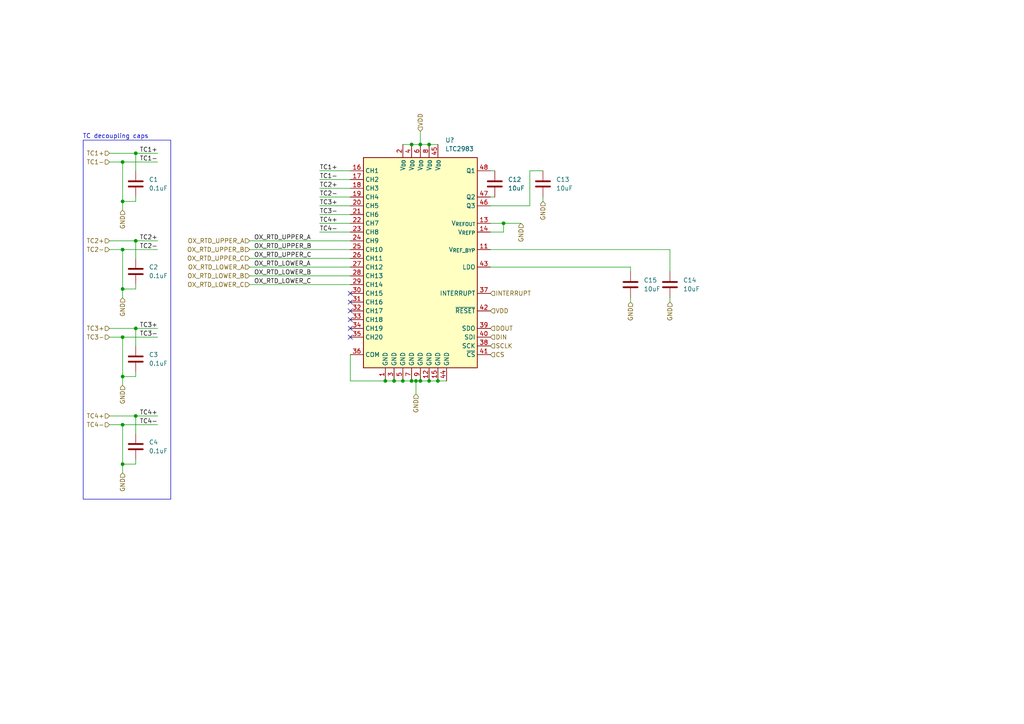
<source format=kicad_sch>
(kicad_sch (version 20250114) (generator "eeschema") (generator_version "9.0")
  (paper "A4")
  (lib_symbols
    (symbol "Device:C" (pin_numbers (hide yes)) (pin_names (offset 0.254))
      (property "Reference" "C" (at 0.635 2.54 0))
      (property "Value" "C" (at 0.635 -2.54 0))
      (symbol "C_0_1"
        (polyline (pts (xy -2.032 0.762) (xy 2.032 0.762)) (stroke (width 0.508)))
        (polyline (pts (xy -2.032 -0.762) (xy 2.032 -0.762)) (stroke (width 0.508)))
      )
      (symbol "C_1_1"
        (pin passive line (at 0 3.81 270) (length 2.794) (name "~") (number "1"))
        (pin passive line (at 0 -3.81 90) (length 2.794) (name "~") (number "2"))
      )
    )
    (symbol "Sensor_Temperature:LTC2983"
      (property "Reference" "U" (at -16.51 33.02 0))
      (property "Value" "LTC2983" (at 8.89 33.02 0))
      (symbol "LTC2983_0_1"
        (rectangle (start -16.51 31.75) (end 16.51 -29.21) (stroke (width 0.254)) (fill (type background)))
      )
      (symbol "LTC2983_1_1"
        (pin passive line (at -20.32 27.94 0) (length 3.81) (name "CH1") (number "16"))
        (pin passive line (at -20.32 25.4 0) (length 3.81) (name "CH2") (number "17"))
        (pin passive line (at -20.32 22.86 0) (length 3.81) (name "CH3") (number "18"))
        (pin passive line (at -20.32 20.32 0) (length 3.81) (name "CH4") (number "19"))
        (pin passive line (at -20.32 17.78 0) (length 3.81) (name "CH5") (number "20"))
        (pin passive line (at -20.32 15.24 0) (length 3.81) (name "CH6") (number "21"))
        (pin passive line (at -20.32 12.7 0) (length 3.81) (name "CH7") (number "22"))
        (pin passive line (at -20.32 10.16 0) (length 3.81) (name "CH8") (number "23"))
        (pin passive line (at -20.32 7.62 0) (length 3.81) (name "CH9") (number "24"))
        (pin passive line (at -20.32 5.08 0) (length 3.81) (name "CH10") (number "25"))
        (pin passive line (at -20.32 2.54 0) (length 3.81) (name "CH11") (number "26"))
        (pin passive line (at -20.32 0 0) (length 3.81) (name "CH12") (number "27"))
        (pin passive line (at -20.32 -2.54 0) (length 3.81) (name "CH13") (number "28"))
        (pin passive line (at -20.32 -5.08 0) (length 3.81) (name "CH14") (number "29"))
        (pin passive line (at -20.32 -7.62 0) (length 3.81) (name "CH15") (number "30"))
        (pin passive line (at -20.32 -10.16 0) (length 3.81) (name "CH16") (number "31"))
        (pin passive line (at -20.32 -12.7 0) (length 3.81) (name "CH17") (number "32"))
        (pin passive line (at -20.32 -15.24 0) (length 3.81) (name "CH18") (number "33"))
        (pin passive line (at -20.32 -17.78 0) (length 3.81) (name "CH19") (number "34"))
        (pin passive line (at -20.32 -20.32 0) (length 3.81) (name "CH20") (number "35"))
        (pin passive line (at -20.32 -25.4 0) (length 3.81) (name "COM") (number "36"))
        (pin power_in line (at -10.16 -33.02 90) (length 3.81) (name "GND") (number "1"))
        (pin power_in line (at -7.62 -33.02 90) (length 3.81) (name "GND") (number "3"))
        (pin power_in line (at -5.08 35.56 270) (length 3.81) (name "V_{DD}") (number "2"))
        (pin power_in line (at -5.08 -33.02 90) (length 3.81) (name "GND") (number "5"))
        (pin power_in line (at -2.54 35.56 270) (length 3.81) (name "V_{DD}") (number "4"))
        (pin power_in line (at -2.54 -33.02 90) (length 3.81) (name "GND") (number "7"))
        (pin power_in line (at 0 35.56 270) (length 3.81) (name "V_{DD}") (number "6"))
        (pin power_in line (at 0 -33.02 90) (length 3.81) (name "GND") (number "9"))
        (pin power_in line (at 2.54 35.56 270) (length 3.81) (name "V_{DD}") (number "8"))
        (pin power_in line (at 2.54 -33.02 90) (length 3.81) (name "GND") (number "12"))
        (pin power_in line (at 5.08 35.56 270) (length 3.81) (name "V_{DD}") (number "45"))
        (pin power_in line (at 5.08 -33.02 90) (length 3.81) (name "GND") (number "15"))
        (pin power_in line (at 7.62 -33.02 90) (length 3.81) (name "GND") (number "44"))
        (pin no_connect line (at 16.51 22.86 180) (length 3.81) (hide yes) (name "NC") (number "10"))
        (pin passive line (at 20.32 27.94 180) (length 3.81) (name "Q1") (number "48"))
        (pin passive line (at 20.32 20.32 180) (length 3.81) (name "Q2") (number "47"))
        (pin passive line (at 20.32 17.78 180) (length 3.81) (name "Q3") (number "46"))
        (pin passive line (at 20.32 12.7 180) (length 3.81) (name "V_{REFOUT}") (number "13"))
        (pin passive line (at 20.32 10.16 180) (length 3.81) (name "V_{REFP}") (number "14"))
        (pin passive line (at 20.32 5.08 180) (length 3.81) (name "V_{REF_BYP}") (number "11"))
        (pin passive line (at 20.32 0 180) (length 3.81) (name "LDO") (number "43"))
        (pin output line (at 20.32 -7.62 180) (length 3.81) (name "INTERRUPT") (number "37"))
        (pin input line (at 20.32 -12.7 180) (length 3.81) (name "~{RESET}") (number "42"))
        (pin tri_state line (at 20.32 -17.78 180) (length 3.81) (name "SDO") (number "39"))
        (pin input line (at 20.32 -20.32 180) (length 3.81) (name "SDI") (number "40"))
        (pin input line (at 20.32 -22.86 180) (length 3.81) (name "SCK") (number "38"))
        (pin input line (at 20.32 -25.4 180) (length 3.81) (name "~{CS}") (number "41"))
      )
    )
  )
  (rectangle (start 24.13 40.64) (end 49.53 144.78))
  (text "TC decoupling caps" (at 33.528 39.624 0) (effects (font (size 1.27 1.27))))
  (junction (at 39.37 44.45))
  (junction (at 35.56 83.82))
  (junction (at 35.56 134.62))
  (junction (at 120.65 110.49))
  (junction (at 35.56 109.22))
  (junction (at 121.92 110.49))
  (junction (at 146.05 64.77))
  (junction (at 119.38 110.49))
  (junction (at 35.56 58.42))
  (junction (at 119.38 41.91))
  (junction (at 111.76 110.49))
  (junction (at 114.3 110.49))
  (junction (at 116.84 110.49))
  (junction (at 35.56 123.19))
  (junction (at 124.46 110.49))
  (junction (at 124.46 41.91))
  (junction (at 39.37 120.65))
  (junction (at 35.56 72.39))
  (junction (at 39.37 95.25))
  (junction (at 35.56 46.99))
  (junction (at 127 110.49))
  (junction (at 39.37 69.85))
  (junction (at 121.92 41.91))
  (junction (at 35.56 97.79))
  (no_connect (at 101.6 87.63))
  (no_connect (at 101.6 90.17))
  (no_connect (at 101.6 97.79))
  (no_connect (at 101.6 92.71))
  (no_connect (at 101.6 85.09))
  (no_connect (at 101.6 95.25))
  (wire (pts (xy 194.31 86.36) (xy 194.31 87.63)))
  (wire (pts (xy 182.88 77.47) (xy 182.88 78.74)))
  (wire (pts (xy 92.71 62.23) (xy 101.6 62.23)))
  (wire (pts (xy 124.46 110.49) (xy 127 110.49)))
  (wire (pts (xy 39.37 83.82) (xy 39.37 82.55)))
  (wire (pts (xy 35.56 46.99) (xy 45.72 46.99)))
  (wire (pts (xy 157.48 57.15) (xy 157.48 58.42)))
  (wire (pts (xy 39.37 134.62) (xy 39.37 133.35)))
  (wire (pts (xy 39.37 109.22) (xy 39.37 107.95)))
  (wire (pts (xy 120.65 114.3) (xy 120.65 110.49)))
  (wire (pts (xy 31.75 44.45) (xy 39.37 44.45)))
  (wire (pts (xy 101.6 102.87) (xy 101.6 110.49)))
  (wire (pts (xy 92.71 59.69) (xy 101.6 59.69)))
  (wire (pts (xy 35.56 72.39) (xy 35.56 83.82)))
  (wire (pts (xy 92.71 54.61) (xy 101.6 54.61)))
  (wire (pts (xy 31.75 123.19) (xy 35.56 123.19)))
  (wire (pts (xy 153.67 49.53) (xy 157.48 49.53)))
  (wire (pts (xy 39.37 95.25) (xy 39.37 100.33)))
  (wire (pts (xy 35.56 58.42) (xy 35.56 60.96)))
  (wire (pts (xy 31.75 95.25) (xy 39.37 95.25)))
  (wire (pts (xy 35.56 72.39) (xy 45.72 72.39)))
  (wire (pts (xy 142.24 57.15) (xy 143.51 57.15)))
  (wire (pts (xy 142.24 72.39) (xy 194.31 72.39)))
  (wire (pts (xy 35.56 83.82) (xy 39.37 83.82)))
  (wire (pts (xy 142.24 77.47) (xy 182.88 77.47)))
  (wire (pts (xy 39.37 69.85) (xy 39.37 74.93)))
  (wire (pts (xy 182.88 86.36) (xy 182.88 87.63)))
  (wire (pts (xy 31.75 46.99) (xy 35.56 46.99)))
  (wire (pts (xy 120.65 110.49) (xy 121.92 110.49)))
  (wire (pts (xy 146.05 67.31) (xy 142.24 67.31)))
  (wire (pts (xy 35.56 83.82) (xy 35.56 86.36)))
  (wire (pts (xy 31.75 69.85) (xy 39.37 69.85)))
  (wire (pts (xy 116.84 41.91) (xy 119.38 41.91)))
  (wire (pts (xy 39.37 44.45) (xy 39.37 49.53)))
  (wire (pts (xy 111.76 110.49) (xy 114.3 110.49)))
  (wire (pts (xy 116.84 110.49) (xy 119.38 110.49)))
  (wire (pts (xy 35.56 46.99) (xy 35.56 58.42)))
  (wire (pts (xy 35.56 109.22) (xy 35.56 111.76)))
  (wire (pts (xy 124.46 41.91) (xy 127 41.91)))
  (wire (pts (xy 142.24 59.69) (xy 153.67 59.69)))
  (wire (pts (xy 35.56 97.79) (xy 35.56 109.22)))
  (wire (pts (xy 72.39 74.93) (xy 101.6 74.93)))
  (wire (pts (xy 119.38 41.91) (xy 121.92 41.91)))
  (wire (pts (xy 39.37 58.42) (xy 39.37 57.15)))
  (wire (pts (xy 194.31 72.39) (xy 194.31 78.74)))
  (wire (pts (xy 121.92 110.49) (xy 124.46 110.49)))
  (wire (pts (xy 31.75 72.39) (xy 35.56 72.39)))
  (wire (pts (xy 72.39 80.01) (xy 101.6 80.01)))
  (wire (pts (xy 35.56 109.22) (xy 39.37 109.22)))
  (wire (pts (xy 92.71 52.07) (xy 101.6 52.07)))
  (wire (pts (xy 114.3 110.49) (xy 116.84 110.49)))
  (wire (pts (xy 92.71 64.77) (xy 101.6 64.77)))
  (wire (pts (xy 72.39 72.39) (xy 101.6 72.39)))
  (wire (pts (xy 31.75 120.65) (xy 39.37 120.65)))
  (wire (pts (xy 101.6 110.49) (xy 111.76 110.49)))
  (wire (pts (xy 39.37 95.25) (xy 45.72 95.25)))
  (wire (pts (xy 31.75 97.79) (xy 35.56 97.79)))
  (wire (pts (xy 39.37 120.65) (xy 45.72 120.65)))
  (wire (pts (xy 92.71 49.53) (xy 101.6 49.53)))
  (wire (pts (xy 72.39 69.85) (xy 101.6 69.85)))
  (wire (pts (xy 92.71 57.15) (xy 101.6 57.15)))
  (wire (pts (xy 35.56 123.19) (xy 35.56 134.62)))
  (wire (pts (xy 39.37 120.65) (xy 39.37 125.73)))
  (wire (pts (xy 35.56 134.62) (xy 39.37 134.62)))
  (wire (pts (xy 121.92 41.91) (xy 124.46 41.91)))
  (wire (pts (xy 35.56 123.19) (xy 45.72 123.19)))
  (wire (pts (xy 146.05 64.77) (xy 151.13 64.77)))
  (wire (pts (xy 72.39 77.47) (xy 101.6 77.47)))
  (wire (pts (xy 39.37 69.85) (xy 45.72 69.85)))
  (wire (pts (xy 72.39 82.55) (xy 101.6 82.55)))
  (wire (pts (xy 121.92 38.1) (xy 121.92 41.91)))
  (wire (pts (xy 92.71 67.31) (xy 101.6 67.31)))
  (wire (pts (xy 127 110.49) (xy 129.54 110.49)))
  (wire (pts (xy 39.37 44.45) (xy 45.72 44.45)))
  (wire (pts (xy 35.56 58.42) (xy 39.37 58.42)))
  (wire (pts (xy 153.67 59.69) (xy 153.67 49.53)))
  (wire (pts (xy 142.24 49.53) (xy 143.51 49.53)))
  (wire (pts (xy 35.56 134.62) (xy 35.56 137.16)))
  (wire (pts (xy 146.05 64.77) (xy 146.05 67.31)))
  (wire (pts (xy 119.38 110.49) (xy 120.65 110.49)))
  (wire (pts (xy 142.24 64.77) (xy 146.05 64.77)))
  (wire (pts (xy 35.56 97.79) (xy 45.72 97.79)))
  (label "TC2+" (at 45.72 69.85 180))
  (label "TC3+" (at 45.72 95.25 180))
  (label "OX_RTD_UPPER_B" (at 73.66 72.39 0))
  (label "TC3-" (at 45.72 97.79 180))
  (label "OX_RTD_LOWER_C" (at 73.66 82.55 0))
  (label "OX_RTD_LOWER_B" (at 73.66 80.01 0))
  (label "OX_RTD_LOWER_A" (at 73.66 77.47 0))
  (label "TC2-" (at 92.71 57.15 0))
  (label "TC4-" (at 45.72 123.19 180))
  (label "TC2+" (at 92.71 54.61 0))
  (label "TC2-" (at 45.72 72.39 180))
  (label "OX_RTD_UPPER_C" (at 73.66 74.93 0))
  (label "TC4-" (at 92.71 67.31 0))
  (label "TC1-" (at 45.72 46.99 180))
  (label "TC1+" (at 92.71 49.53 0))
  (label "TC1+" (at 45.72 44.45 180))
  (label "OX_RTD_UPPER_A" (at 73.66 69.85 0))
  (label "TC3-" (at 92.71 62.23 0))
  (label "TC3+" (at 92.71 59.69 0))
  (label "TC4+" (at 92.71 64.77 0))
  (label "TC1-" (at 92.71 52.07 0))
  (label "TC4+" (at 45.72 120.65 180))
  (hierarchical_label "GND" (shape input) (at 194.31 87.63 270))
  (hierarchical_label "GND" (shape input) (at 35.56 60.96 270))
  (hierarchical_label "GND" (shape input) (at 35.56 111.76 270))
  (hierarchical_label "OX_RTD_LOWER_C" (shape input) (at 72.39 82.55 180))
  (hierarchical_label "TC2-" (shape input) (at 31.75 72.39 180))
  (hierarchical_label "TC4+" (shape input) (at 31.75 120.65 180))
  (hierarchical_label "TC2+" (shape input) (at 31.75 69.85 180))
  (hierarchical_label "OX_RTD_UPPER_A" (shape input) (at 72.39 69.85 180))
  (hierarchical_label "GND" (shape input) (at 120.65 114.3 270))
  (hierarchical_label "OX_RTD_LOWER_B" (shape input) (at 72.39 80.01 180))
  (hierarchical_label "SCLK" (shape input) (at 142.24 100.33 0))
  (hierarchical_label "DOUT" (shape input) (at 142.24 95.25 0))
  (hierarchical_label "GND" (shape input) (at 151.13 64.77 270))
  (hierarchical_label "OX_RTD_UPPER_B" (shape input) (at 72.39 72.39 180))
  (hierarchical_label "VDD" (shape input) (at 121.92 38.1 90))
  (hierarchical_label "VDD" (shape input) (at 142.24 90.17 0))
  (hierarchical_label "CS" (shape input) (at 142.24 102.87 0))
  (hierarchical_label "DIN" (shape input) (at 142.24 97.79 0))
  (hierarchical_label "TC1-" (shape input) (at 31.75 46.99 180))
  (hierarchical_label "TC4-" (shape input) (at 31.75 123.19 180))
  (hierarchical_label "GND" (shape input) (at 157.48 58.42 270))
  (hierarchical_label "TC1+" (shape input) (at 31.75 44.45 180))
  (hierarchical_label "GND" (shape input) (at 35.56 137.16 270))
  (hierarchical_label "GND" (shape input) (at 182.88 87.63 270))
  (hierarchical_label "GND" (shape input) (at 35.56 86.36 270))
  (hierarchical_label "OX_RTD_UPPER_C" (shape input) (at 72.39 74.93 180))
  (hierarchical_label "INTERRUPT" (shape input) (at 142.24 85.09 0))
  (hierarchical_label "OX_RTD_LOWER_A" (shape input) (at 72.39 77.47 180))
  (hierarchical_label "TC3+" (shape input) (at 31.75 95.25 180))
  (hierarchical_label "TC3-" (shape input) (at 31.75 97.79 180))
  (symbol (lib_id "Device:C") (at 143.51 53.34 0) (unit 1)
    (property "Reference" "C12" (at 147.32 52.0699 0) (effects (justify left)))
    (property "Value" "10uF" (at 147.32 54.6099 0) (effects (justify left)))
    (property "Footprint" "Capacitor_SMD:C_0603_1608Metric" (effects (hide yes)))
    (property "Description" "Unpolarized capacitor" (effects (hide yes)))
  )
  (symbol (lib_id "Sensor_Temperature:LTC2983") (at 121.92 77.47 0) (unit 1)
    (property "Reference" "U?" (at 129.1433 40.64 0) (effects (justify left)))
    (property "Value" "LTC2983" (at 129.1433 43.18 0) (effects (justify left)))
    (property "Footprint" "Package_QFP:LQFP-48_7x7mm_P0.5mm" (effects (hide yes)))
    (property "Datasheet" "https://www.analog.com/media/en/technical-documentation/data-sheets/2983fc.pdf" (effects (hide yes)))
    (property "Description" "Multi-Sensor Temperature Measurement System, High Accuracy, LQFP-48 (7x7mm)" (effects (hide yes)))
    (property "DIGIKEY PART N" "505-LTC2983CLX#PBF-ND " (effects (hide yes)))
  )
  (symbol (lib_id "Device:C") (at 39.37 78.74 0) (unit 1)
    (property "Reference" "C2" (at 43.18 77.4699 0) (effects (justify left)))
    (property "Value" "0.1uF" (at 43.18 80.0099 0) (effects (justify left)))
    (property "Footprint" "Capacitor_SMD:C_0603_1608Metric" (effects (hide yes)))
    (property "Description" "Unpolarized capacitor" (effects (hide yes)))
  )
  (symbol (lib_id "Device:C") (at 157.48 53.34 0) (unit 1)
    (property "Reference" "C13" (at 161.29 52.0699 0) (effects (justify left)))
    (property "Value" "10uF" (at 161.29 54.6099 0) (effects (justify left)))
    (property "Footprint" "Capacitor_SMD:C_0603_1608Metric" (effects (hide yes)))
    (property "Description" "Unpolarized capacitor" (effects (hide yes)))
  )
  (symbol (lib_id "Device:C") (at 39.37 53.34 0) (unit 1)
    (property "Reference" "C1" (at 43.18 52.0699 0) (effects (justify left)))
    (property "Value" "0.1uF" (at 43.18 54.6099 0) (effects (justify left)))
    (property "Footprint" "Capacitor_SMD:C_0603_1608Metric" (effects (hide yes)))
    (property "Description" "Unpolarized capacitor" (effects (hide yes)))
  )
  (symbol (lib_id "Device:C") (at 194.31 82.55 0) (unit 1)
    (property "Reference" "C14" (at 198.12 81.2799 0) (effects (justify left)))
    (property "Value" "10uF" (at 198.12 83.8199 0) (effects (justify left)))
    (property "Footprint" "Capacitor_SMD:C_0603_1608Metric" (effects (hide yes)))
    (property "Description" "Unpolarized capacitor" (effects (hide yes)))
  )
  (symbol (lib_id "Device:C") (at 182.88 82.55 0) (unit 1)
    (property "Reference" "C15" (at 186.69 81.2799 0) (effects (justify left)))
    (property "Value" "10uF" (at 186.69 83.8199 0) (effects (justify left)))
    (property "Footprint" "Capacitor_SMD:C_0603_1608Metric" (effects (hide yes)))
    (property "Description" "Unpolarized capacitor" (effects (hide yes)))
  )
  (symbol (lib_id "Device:C") (at 39.37 104.14 0) (unit 1)
    (property "Reference" "C3" (at 43.18 102.8699 0) (effects (justify left)))
    (property "Value" "0.1uF" (at 43.18 105.4099 0) (effects (justify left)))
    (property "Footprint" "Capacitor_SMD:C_0603_1608Metric" (effects (hide yes)))
    (property "Description" "Unpolarized capacitor" (effects (hide yes)))
  )
  (symbol (lib_id "Device:C") (at 39.37 129.54 0) (unit 1)
    (property "Reference" "C4" (at 43.18 128.2699 0) (effects (justify left)))
    (property "Value" "0.1uF" (at 43.18 130.8099 0) (effects (justify left)))
    (property "Footprint" "Capacitor_SMD:C_0603_1608Metric" (effects (hide yes)))
    (property "Description" "Unpolarized capacitor" (effects (hide yes)))
  )
)
</source>
